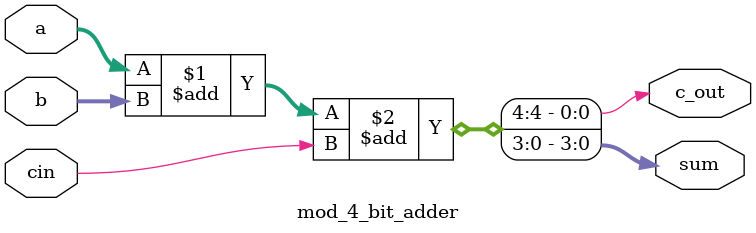
<source format=v>
`timescale 1ns / 1ps

module mod_4_bit_adder(
output [3:0]sum,
output c_out,
input [3:0]a,
input [3:0]b,
input cin
    );
assign {c_out,sum}=a+b+cin;     
endmodule

</source>
